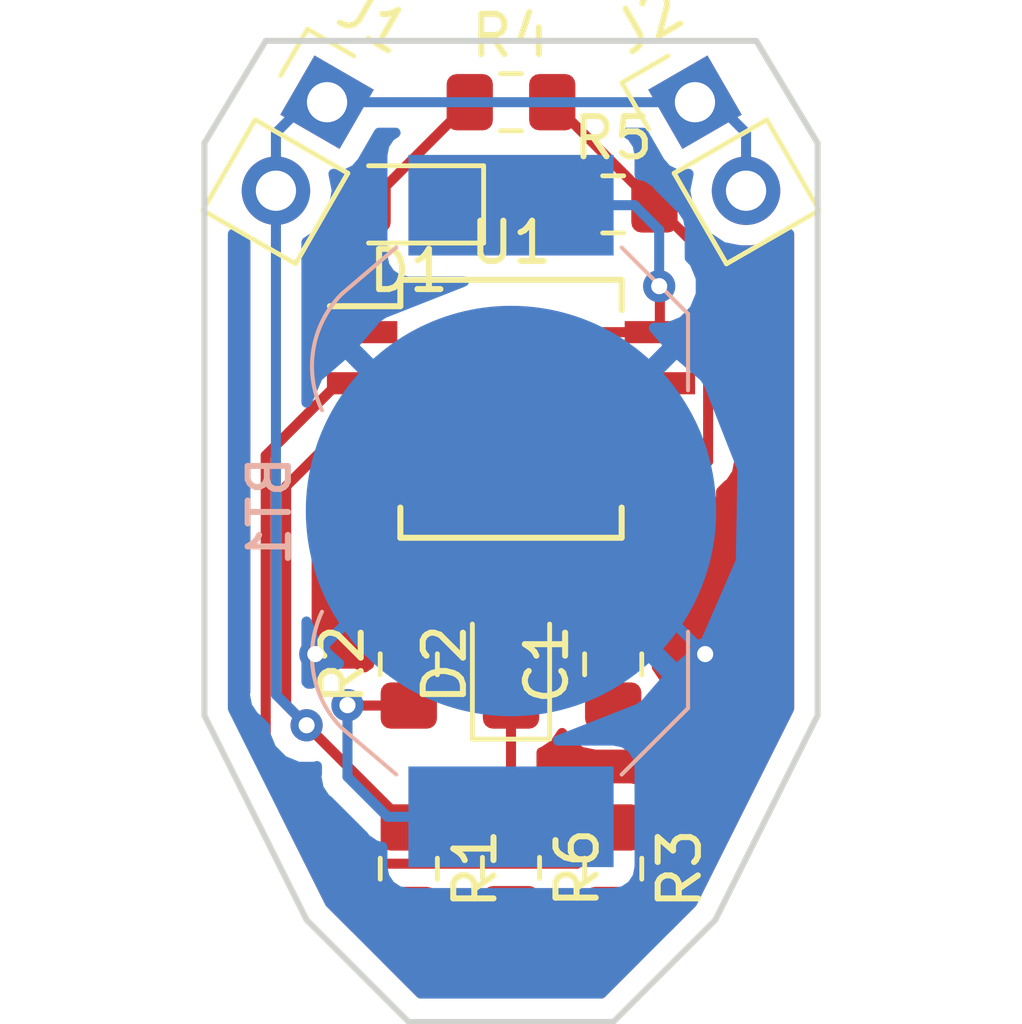
<source format=kicad_pcb>
(kicad_pcb (version 20171130) (host pcbnew 5.0.2-bee76a0~70~ubuntu16.04.1)

  (general
    (thickness 1.6)
    (drawings 10)
    (tracks 72)
    (zones 0)
    (modules 13)
    (nets 10)
  )

  (page A4)
  (layers
    (0 F.Cu signal)
    (31 B.Cu signal)
    (32 B.Adhes user)
    (33 F.Adhes user)
    (34 B.Paste user hide)
    (35 F.Paste user hide)
    (36 B.SilkS user hide)
    (37 F.SilkS user hide)
    (38 B.Mask user hide)
    (39 F.Mask user)
    (40 Dwgs.User user)
    (41 Cmts.User user)
    (42 Eco1.User user)
    (43 Eco2.User user)
    (44 Edge.Cuts user)
    (45 Margin user)
    (46 B.CrtYd user)
    (47 F.CrtYd user)
    (48 B.Fab user)
    (49 F.Fab user)
  )

  (setup
    (last_trace_width 0.25)
    (trace_clearance 0.2)
    (zone_clearance 0.508)
    (zone_45_only no)
    (trace_min 0.2)
    (segment_width 0.2)
    (edge_width 0.15)
    (via_size 0.8)
    (via_drill 0.4)
    (via_min_size 0.4)
    (via_min_drill 0.3)
    (uvia_size 0.3)
    (uvia_drill 0.1)
    (uvias_allowed no)
    (uvia_min_size 0.2)
    (uvia_min_drill 0.1)
    (pcb_text_width 0.3)
    (pcb_text_size 1.5 1.5)
    (mod_edge_width 0.15)
    (mod_text_size 1 1)
    (mod_text_width 0.15)
    (pad_size 1.524 1.524)
    (pad_drill 0.762)
    (pad_to_mask_clearance 0.051)
    (solder_mask_min_width 0.25)
    (aux_axis_origin 0 0)
    (visible_elements FFFFF77F)
    (pcbplotparams
      (layerselection 0x010fc_ffffffff)
      (usegerberextensions false)
      (usegerberattributes false)
      (usegerberadvancedattributes false)
      (creategerberjobfile false)
      (excludeedgelayer true)
      (linewidth 0.100000)
      (plotframeref false)
      (viasonmask false)
      (mode 1)
      (useauxorigin false)
      (hpglpennumber 1)
      (hpglpenspeed 20)
      (hpglpendiameter 15.000000)
      (psnegative false)
      (psa4output false)
      (plotreference true)
      (plotvalue true)
      (plotinvisibletext false)
      (padsonsilk false)
      (subtractmaskfromsilk false)
      (outputformat 1)
      (mirror false)
      (drillshape 1)
      (scaleselection 1)
      (outputdirectory ""))
  )

  (net 0 "")
  (net 1 +3V3)
  (net 2 GND)
  (net 3 "Net-(C1-Pad1)")
  (net 4 "Net-(D1-Pad1)")
  (net 5 "Net-(D1-Pad2)")
  (net 6 "Net-(D2-Pad1)")
  (net 7 "Net-(D2-Pad2)")
  (net 8 "Net-(R2-Pad2)")
  (net 9 /skin)

  (net_class Default "This is the default net class."
    (clearance 0.2)
    (trace_width 0.25)
    (via_dia 0.8)
    (via_drill 0.4)
    (uvia_dia 0.3)
    (uvia_drill 0.1)
    (add_net +3V3)
    (add_net /skin)
    (add_net GND)
    (add_net "Net-(C1-Pad1)")
    (add_net "Net-(D1-Pad1)")
    (add_net "Net-(D1-Pad2)")
    (add_net "Net-(D2-Pad1)")
    (add_net "Net-(D2-Pad2)")
    (add_net "Net-(R2-Pad2)")
  )

  (module Battery:BatteryHolder_LINX_BAT-HLD-012-SMT (layer B.Cu) (tedit 5B256044) (tstamp 5E492347)
    (at 152.4 101.6 90)
    (descr "SMT battery holder for CR1216/1220/1225, https://linxtechnologies.com/wp/wp-content/uploads/bat-hld-012-smt.pdf")
    (tags "battery holder coin cell cr1216 cr1220 cr1225")
    (path /5E30D1B5)
    (attr smd)
    (fp_text reference BT1 (at 0 -6 90) (layer B.SilkS)
      (effects (font (size 1 1) (thickness 0.15)) (justify mirror))
    )
    (fp_text value Battery_Cell (at 0 7 90) (layer B.Fab)
      (effects (font (size 1 1) (thickness 0.15)) (justify mirror))
    )
    (fp_line (start 6.55 -2.85) (end 5.4 -4.2) (layer B.SilkS) (width 0.1))
    (fp_line (start -6.55 -2.85) (end -5.4 -4.2) (layer B.SilkS) (width 0.1))
    (fp_line (start -4.9 4.4) (end -3 4.4) (layer B.SilkS) (width 0.1))
    (fp_line (start 4.9 4.4) (end 3 4.4) (layer B.SilkS) (width 0.1))
    (fp_line (start 4.9 4.4) (end 6.55 2.75) (layer B.SilkS) (width 0.1))
    (fp_line (start -6.55 2.75) (end -4.9 4.4) (layer B.SilkS) (width 0.1))
    (fp_line (start 6.55 2.75) (end 6.75 2.75) (layer B.Fab) (width 0.1))
    (fp_line (start 6.55 2.75) (end 6.7 2.9) (layer B.Fab) (width 0.1))
    (fp_line (start 5.05 4.55) (end 4.9 4.4) (layer B.Fab) (width 0.1))
    (fp_line (start -5.05 4.55) (end -4.9 4.4) (layer B.Fab) (width 0.1))
    (fp_line (start -6.55 2.75) (end -6.7 2.9) (layer B.Fab) (width 0.1))
    (fp_line (start -6.75 2.75) (end -6.55 2.75) (layer B.Fab) (width 0.1))
    (fp_line (start 6.75 -2.85) (end 6.55 -2.85) (layer B.Fab) (width 0.1))
    (fp_line (start -6.75 -2.85) (end -6.55 -2.85) (layer B.Fab) (width 0.1))
    (fp_line (start -3.55 -6.75) (end -7.25 -3.05) (layer B.CrtYd) (width 0.05))
    (fp_line (start 3.55 -6.75) (end 7.25 -3.05) (layer B.CrtYd) (width 0.05))
    (fp_line (start -3.55 -6.75) (end 3.55 -6.75) (layer B.CrtYd) (width 0.05))
    (fp_line (start 9.35 -3.05) (end 7.25 -3.05) (layer B.CrtYd) (width 0.05))
    (fp_line (start 9.35 3.05) (end 9.35 -3.05) (layer B.CrtYd) (width 0.05))
    (fp_line (start 7.25 3.05) (end 9.35 3.05) (layer B.CrtYd) (width 0.05))
    (fp_line (start 3.55 6.75) (end 7.25 3.05) (layer B.CrtYd) (width 0.05))
    (fp_line (start -3.55 6.75) (end 3.55 6.75) (layer B.CrtYd) (width 0.05))
    (fp_line (start -7.25 3.05) (end -3.55 6.75) (layer B.CrtYd) (width 0.05))
    (fp_line (start -9.35 -3.05) (end -7.25 -3.05) (layer B.CrtYd) (width 0.05))
    (fp_line (start -9.35 3.05) (end -7.25 3.05) (layer B.CrtYd) (width 0.05))
    (fp_line (start -9.35 -3.05) (end -9.35 3.05) (layer B.CrtYd) (width 0.05))
    (fp_circle (center 0 0) (end -6.25 0) (layer B.Fab) (width 0.1))
    (fp_arc (start 0 -6) (end -1.8 -4.2) (angle -90) (layer B.Fab) (width 0.1))
    (fp_arc (start 3.6 -2.4) (end 5.4 -4.2) (angle -70.55996517) (layer B.SilkS) (width 0.1))
    (fp_line (start 6.55 -2.85) (end 5.4 -4.2) (layer B.Fab) (width 0.1))
    (fp_line (start -6.55 -2.85) (end -5.4 -4.2) (layer B.Fab) (width 0.1))
    (fp_line (start -6.55 2.75) (end -4.9 4.4) (layer B.Fab) (width 0.1))
    (fp_line (start -6.55 -2.85) (end -6.55 2.75) (layer B.Fab) (width 0.1))
    (fp_line (start 6.55 2.75) (end 4.9 4.4) (layer B.Fab) (width 0.1))
    (fp_line (start 6.55 -2.85) (end 6.55 2.75) (layer B.Fab) (width 0.1))
    (fp_line (start 6.7 2.9) (end 5.05 4.55) (layer B.Fab) (width 0.1))
    (fp_line (start -6.7 2.9) (end -5.05 4.55) (layer B.Fab) (width 0.1))
    (fp_line (start 4.9 4.4) (end -4.9 4.4) (layer B.Fab) (width 0.1))
    (fp_line (start 6.75 -2.85) (end 6.75 2.75) (layer B.Fab) (width 0.1))
    (fp_line (start -6.75 -2.85) (end -6.75 2.75) (layer B.Fab) (width 0.1))
    (fp_line (start 7.65 2.55) (end 6.75 2.55) (layer B.Fab) (width 0.1))
    (fp_line (start 7.65 0.55) (end 7.65 2.55) (layer B.Fab) (width 0.1))
    (fp_line (start 6.75 0.55) (end 7.65 0.55) (layer B.Fab) (width 0.1))
    (fp_line (start 7.65 -0.55) (end 6.75 -0.55) (layer B.Fab) (width 0.1))
    (fp_line (start 7.65 -2.55) (end 7.65 -0.55) (layer B.Fab) (width 0.1))
    (fp_line (start 6.75 -2.55) (end 7.65 -2.55) (layer B.Fab) (width 0.1))
    (fp_line (start -7.65 -2.55) (end -6.75 -2.55) (layer B.Fab) (width 0.1))
    (fp_line (start -7.65 -0.55) (end -7.65 -2.55) (layer B.Fab) (width 0.1))
    (fp_line (start -6.75 -0.55) (end -7.65 -0.55) (layer B.Fab) (width 0.1))
    (fp_line (start -7.65 0.55) (end -6.75 0.55) (layer B.Fab) (width 0.1))
    (fp_line (start -7.65 2.55) (end -6.75 2.55) (layer B.Fab) (width 0.1))
    (fp_line (start -7.65 2.55) (end -7.65 0.55) (layer B.Fab) (width 0.1))
    (fp_text user %R (at 0 0 90) (layer B.Fab)
      (effects (font (size 1 1) (thickness 0.15)) (justify mirror))
    )
    (fp_arc (start 3.6 -2.4) (end 5.4 -4.2) (angle -90) (layer B.Fab) (width 0.1))
    (fp_arc (start -3.6 -2.4) (end -1.8 -4.2) (angle -90) (layer B.Fab) (width 0.1))
    (fp_arc (start -3.6 -2.4) (end -5.4 -4.2) (angle 70.5) (layer B.SilkS) (width 0.1))
    (pad 1 smd rect (at -7.6 0 90) (size 2.5 5.1) (layers B.Cu B.Paste B.Mask)
      (net 1 +3V3))
    (pad 1 smd rect (at 7.6 0 90) (size 2.5 5.1) (layers B.Cu B.Paste B.Mask)
      (net 1 +3V3))
    (pad 2 smd circle (at 0 0 90) (size 10.2 10.2) (layers B.Cu B.Paste B.Mask)
      (net 2 GND))
    (model ${KISYS3DMOD}/Battery.3dshapes/BatteryHolder_LINX_BAT-HLD-012-SMT.wrl
      (at (xyz 0 0 0))
      (scale (xyz 1 1 1))
      (rotate (xyz 0 0 0))
    )
  )

  (module Capacitor_SMD:C_0805_2012Metric_Pad1.15x1.40mm_HandSolder (layer F.Cu) (tedit 5B36C52B) (tstamp 5E492358)
    (at 154.94 105.41 90)
    (descr "Capacitor SMD 0805 (2012 Metric), square (rectangular) end terminal, IPC_7351 nominal with elongated pad for handsoldering. (Body size source: https://docs.google.com/spreadsheets/d/1BsfQQcO9C6DZCsRaXUlFlo91Tg2WpOkGARC1WS5S8t0/edit?usp=sharing), generated with kicad-footprint-generator")
    (tags "capacitor handsolder")
    (path /5E307909)
    (attr smd)
    (fp_text reference C1 (at 0 -1.65 90) (layer F.SilkS)
      (effects (font (size 1 1) (thickness 0.15)))
    )
    (fp_text value C (at 0 1.65 90) (layer F.Fab)
      (effects (font (size 1 1) (thickness 0.15)))
    )
    (fp_line (start -1 0.6) (end -1 -0.6) (layer F.Fab) (width 0.1))
    (fp_line (start -1 -0.6) (end 1 -0.6) (layer F.Fab) (width 0.1))
    (fp_line (start 1 -0.6) (end 1 0.6) (layer F.Fab) (width 0.1))
    (fp_line (start 1 0.6) (end -1 0.6) (layer F.Fab) (width 0.1))
    (fp_line (start -0.261252 -0.71) (end 0.261252 -0.71) (layer F.SilkS) (width 0.12))
    (fp_line (start -0.261252 0.71) (end 0.261252 0.71) (layer F.SilkS) (width 0.12))
    (fp_line (start -1.85 0.95) (end -1.85 -0.95) (layer F.CrtYd) (width 0.05))
    (fp_line (start -1.85 -0.95) (end 1.85 -0.95) (layer F.CrtYd) (width 0.05))
    (fp_line (start 1.85 -0.95) (end 1.85 0.95) (layer F.CrtYd) (width 0.05))
    (fp_line (start 1.85 0.95) (end -1.85 0.95) (layer F.CrtYd) (width 0.05))
    (fp_text user %R (at 0 0 90) (layer F.Fab)
      (effects (font (size 0.5 0.5) (thickness 0.08)))
    )
    (pad 1 smd roundrect (at -1.025 0 90) (size 1.15 1.4) (layers F.Cu F.Paste F.Mask) (roundrect_rratio 0.217391)
      (net 3 "Net-(C1-Pad1)"))
    (pad 2 smd roundrect (at 1.025 0 90) (size 1.15 1.4) (layers F.Cu F.Paste F.Mask) (roundrect_rratio 0.217391)
      (net 2 GND))
    (model ${KISYS3DMOD}/Capacitor_SMD.3dshapes/C_0805_2012Metric.wrl
      (at (xyz 0 0 0))
      (scale (xyz 1 1 1))
      (rotate (xyz 0 0 0))
    )
  )

  (module Diode_SMD:D_0805_2012Metric_Pad1.15x1.40mm_HandSolder (layer F.Cu) (tedit 5B4B45C8) (tstamp 5E49236B)
    (at 149.86 93.98 180)
    (descr "Diode SMD 0805 (2012 Metric), square (rectangular) end terminal, IPC_7351 nominal, (Body size source: https://docs.google.com/spreadsheets/d/1BsfQQcO9C6DZCsRaXUlFlo91Tg2WpOkGARC1WS5S8t0/edit?usp=sharing), generated with kicad-footprint-generator")
    (tags "diode handsolder")
    (path /5E307996)
    (attr smd)
    (fp_text reference D1 (at 0 -1.65 180) (layer F.SilkS)
      (effects (font (size 1 1) (thickness 0.15)))
    )
    (fp_text value D (at 0 1.65 180) (layer F.Fab)
      (effects (font (size 1 1) (thickness 0.15)))
    )
    (fp_line (start 1 -0.6) (end -0.7 -0.6) (layer F.Fab) (width 0.1))
    (fp_line (start -0.7 -0.6) (end -1 -0.3) (layer F.Fab) (width 0.1))
    (fp_line (start -1 -0.3) (end -1 0.6) (layer F.Fab) (width 0.1))
    (fp_line (start -1 0.6) (end 1 0.6) (layer F.Fab) (width 0.1))
    (fp_line (start 1 0.6) (end 1 -0.6) (layer F.Fab) (width 0.1))
    (fp_line (start 1 -0.96) (end -1.86 -0.96) (layer F.SilkS) (width 0.12))
    (fp_line (start -1.86 -0.96) (end -1.86 0.96) (layer F.SilkS) (width 0.12))
    (fp_line (start -1.86 0.96) (end 1 0.96) (layer F.SilkS) (width 0.12))
    (fp_line (start -1.85 0.95) (end -1.85 -0.95) (layer F.CrtYd) (width 0.05))
    (fp_line (start -1.85 -0.95) (end 1.85 -0.95) (layer F.CrtYd) (width 0.05))
    (fp_line (start 1.85 -0.95) (end 1.85 0.95) (layer F.CrtYd) (width 0.05))
    (fp_line (start 1.85 0.95) (end -1.85 0.95) (layer F.CrtYd) (width 0.05))
    (fp_text user %R (at 0 0 180) (layer F.Fab)
      (effects (font (size 0.5 0.5) (thickness 0.08)))
    )
    (pad 1 smd roundrect (at -1.025 0 180) (size 1.15 1.4) (layers F.Cu F.Paste F.Mask) (roundrect_rratio 0.217391)
      (net 4 "Net-(D1-Pad1)"))
    (pad 2 smd roundrect (at 1.025 0 180) (size 1.15 1.4) (layers F.Cu F.Paste F.Mask) (roundrect_rratio 0.217391)
      (net 5 "Net-(D1-Pad2)"))
    (model ${KISYS3DMOD}/Diode_SMD.3dshapes/D_0805_2012Metric.wrl
      (at (xyz 0 0 0))
      (scale (xyz 1 1 1))
      (rotate (xyz 0 0 0))
    )
  )

  (module LED_SMD:LED_0805_2012Metric_Pad1.15x1.40mm_HandSolder (layer F.Cu) (tedit 5B4B45C9) (tstamp 5E49237E)
    (at 152.4 105.41 90)
    (descr "LED SMD 0805 (2012 Metric), square (rectangular) end terminal, IPC_7351 nominal, (Body size source: https://docs.google.com/spreadsheets/d/1BsfQQcO9C6DZCsRaXUlFlo91Tg2WpOkGARC1WS5S8t0/edit?usp=sharing), generated with kicad-footprint-generator")
    (tags "LED handsolder")
    (path /5E307516)
    (attr smd)
    (fp_text reference D2 (at 0 -1.65 90) (layer F.SilkS)
      (effects (font (size 1 1) (thickness 0.15)))
    )
    (fp_text value LED (at 0 1.65 90) (layer F.Fab)
      (effects (font (size 1 1) (thickness 0.15)))
    )
    (fp_line (start 1 -0.6) (end -0.7 -0.6) (layer F.Fab) (width 0.1))
    (fp_line (start -0.7 -0.6) (end -1 -0.3) (layer F.Fab) (width 0.1))
    (fp_line (start -1 -0.3) (end -1 0.6) (layer F.Fab) (width 0.1))
    (fp_line (start -1 0.6) (end 1 0.6) (layer F.Fab) (width 0.1))
    (fp_line (start 1 0.6) (end 1 -0.6) (layer F.Fab) (width 0.1))
    (fp_line (start 1 -0.96) (end -1.86 -0.96) (layer F.SilkS) (width 0.12))
    (fp_line (start -1.86 -0.96) (end -1.86 0.96) (layer F.SilkS) (width 0.12))
    (fp_line (start -1.86 0.96) (end 1 0.96) (layer F.SilkS) (width 0.12))
    (fp_line (start -1.85 0.95) (end -1.85 -0.95) (layer F.CrtYd) (width 0.05))
    (fp_line (start -1.85 -0.95) (end 1.85 -0.95) (layer F.CrtYd) (width 0.05))
    (fp_line (start 1.85 -0.95) (end 1.85 0.95) (layer F.CrtYd) (width 0.05))
    (fp_line (start 1.85 0.95) (end -1.85 0.95) (layer F.CrtYd) (width 0.05))
    (fp_text user %R (at 0 0 90) (layer F.Fab)
      (effects (font (size 0.5 0.5) (thickness 0.08)))
    )
    (pad 1 smd roundrect (at -1.025 0 90) (size 1.15 1.4) (layers F.Cu F.Paste F.Mask) (roundrect_rratio 0.217391)
      (net 6 "Net-(D2-Pad1)"))
    (pad 2 smd roundrect (at 1.025 0 90) (size 1.15 1.4) (layers F.Cu F.Paste F.Mask) (roundrect_rratio 0.217391)
      (net 7 "Net-(D2-Pad2)"))
    (model ${KISYS3DMOD}/LED_SMD.3dshapes/LED_0805_2012Metric.wrl
      (at (xyz 0 0 0))
      (scale (xyz 1 1 1))
      (rotate (xyz 0 0 0))
    )
  )

  (module Resistor_SMD:R_0805_2012Metric_Pad1.15x1.40mm_HandSolder (layer F.Cu) (tedit 5B36C52B) (tstamp 5E49238F)
    (at 149.86 110.49 270)
    (descr "Resistor SMD 0805 (2012 Metric), square (rectangular) end terminal, IPC_7351 nominal with elongated pad for handsoldering. (Body size source: https://docs.google.com/spreadsheets/d/1BsfQQcO9C6DZCsRaXUlFlo91Tg2WpOkGARC1WS5S8t0/edit?usp=sharing), generated with kicad-footprint-generator")
    (tags "resistor handsolder")
    (path /5E307D49)
    (attr smd)
    (fp_text reference R1 (at 0 -1.65 270) (layer F.SilkS)
      (effects (font (size 1 1) (thickness 0.15)))
    )
    (fp_text value R_US (at 0 1.65 270) (layer F.Fab)
      (effects (font (size 1 1) (thickness 0.15)))
    )
    (fp_text user %R (at 0 0 270) (layer F.Fab)
      (effects (font (size 0.5 0.5) (thickness 0.08)))
    )
    (fp_line (start 1.85 0.95) (end -1.85 0.95) (layer F.CrtYd) (width 0.05))
    (fp_line (start 1.85 -0.95) (end 1.85 0.95) (layer F.CrtYd) (width 0.05))
    (fp_line (start -1.85 -0.95) (end 1.85 -0.95) (layer F.CrtYd) (width 0.05))
    (fp_line (start -1.85 0.95) (end -1.85 -0.95) (layer F.CrtYd) (width 0.05))
    (fp_line (start -0.261252 0.71) (end 0.261252 0.71) (layer F.SilkS) (width 0.12))
    (fp_line (start -0.261252 -0.71) (end 0.261252 -0.71) (layer F.SilkS) (width 0.12))
    (fp_line (start 1 0.6) (end -1 0.6) (layer F.Fab) (width 0.1))
    (fp_line (start 1 -0.6) (end 1 0.6) (layer F.Fab) (width 0.1))
    (fp_line (start -1 -0.6) (end 1 -0.6) (layer F.Fab) (width 0.1))
    (fp_line (start -1 0.6) (end -1 -0.6) (layer F.Fab) (width 0.1))
    (pad 2 smd roundrect (at 1.025 0 270) (size 1.15 1.4) (layers F.Cu F.Paste F.Mask) (roundrect_rratio 0.217391)
      (net 2 GND))
    (pad 1 smd roundrect (at -1.025 0 270) (size 1.15 1.4) (layers F.Cu F.Paste F.Mask) (roundrect_rratio 0.217391)
      (net 9 /skin))
    (model ${KISYS3DMOD}/Resistor_SMD.3dshapes/R_0805_2012Metric.wrl
      (at (xyz 0 0 0))
      (scale (xyz 1 1 1))
      (rotate (xyz 0 0 0))
    )
  )

  (module Resistor_SMD:R_0805_2012Metric_Pad1.15x1.40mm_HandSolder (layer F.Cu) (tedit 5B36C52B) (tstamp 5E4923A0)
    (at 149.86 105.41 90)
    (descr "Resistor SMD 0805 (2012 Metric), square (rectangular) end terminal, IPC_7351 nominal with elongated pad for handsoldering. (Body size source: https://docs.google.com/spreadsheets/d/1BsfQQcO9C6DZCsRaXUlFlo91Tg2WpOkGARC1WS5S8t0/edit?usp=sharing), generated with kicad-footprint-generator")
    (tags "resistor handsolder")
    (path /5E307846)
    (attr smd)
    (fp_text reference R2 (at 0 -1.65 90) (layer F.SilkS)
      (effects (font (size 1 1) (thickness 0.15)))
    )
    (fp_text value R_US (at 0 1.65 90) (layer F.Fab)
      (effects (font (size 1 1) (thickness 0.15)))
    )
    (fp_line (start -1 0.6) (end -1 -0.6) (layer F.Fab) (width 0.1))
    (fp_line (start -1 -0.6) (end 1 -0.6) (layer F.Fab) (width 0.1))
    (fp_line (start 1 -0.6) (end 1 0.6) (layer F.Fab) (width 0.1))
    (fp_line (start 1 0.6) (end -1 0.6) (layer F.Fab) (width 0.1))
    (fp_line (start -0.261252 -0.71) (end 0.261252 -0.71) (layer F.SilkS) (width 0.12))
    (fp_line (start -0.261252 0.71) (end 0.261252 0.71) (layer F.SilkS) (width 0.12))
    (fp_line (start -1.85 0.95) (end -1.85 -0.95) (layer F.CrtYd) (width 0.05))
    (fp_line (start -1.85 -0.95) (end 1.85 -0.95) (layer F.CrtYd) (width 0.05))
    (fp_line (start 1.85 -0.95) (end 1.85 0.95) (layer F.CrtYd) (width 0.05))
    (fp_line (start 1.85 0.95) (end -1.85 0.95) (layer F.CrtYd) (width 0.05))
    (fp_text user %R (at 0 0 90) (layer F.Fab)
      (effects (font (size 0.5 0.5) (thickness 0.08)))
    )
    (pad 1 smd roundrect (at -1.025 0 90) (size 1.15 1.4) (layers F.Cu F.Paste F.Mask) (roundrect_rratio 0.217391)
      (net 1 +3V3))
    (pad 2 smd roundrect (at 1.025 0 90) (size 1.15 1.4) (layers F.Cu F.Paste F.Mask) (roundrect_rratio 0.217391)
      (net 8 "Net-(R2-Pad2)"))
    (model ${KISYS3DMOD}/Resistor_SMD.3dshapes/R_0805_2012Metric.wrl
      (at (xyz 0 0 0))
      (scale (xyz 1 1 1))
      (rotate (xyz 0 0 0))
    )
  )

  (module Resistor_SMD:R_0805_2012Metric_Pad1.15x1.40mm_HandSolder (layer F.Cu) (tedit 5B36C52B) (tstamp 5E4923B1)
    (at 154.94 110.49 270)
    (descr "Resistor SMD 0805 (2012 Metric), square (rectangular) end terminal, IPC_7351 nominal with elongated pad for handsoldering. (Body size source: https://docs.google.com/spreadsheets/d/1BsfQQcO9C6DZCsRaXUlFlo91Tg2WpOkGARC1WS5S8t0/edit?usp=sharing), generated with kicad-footprint-generator")
    (tags "resistor handsolder")
    (path /5E307C1A)
    (attr smd)
    (fp_text reference R3 (at 0 -1.65 270) (layer F.SilkS)
      (effects (font (size 1 1) (thickness 0.15)))
    )
    (fp_text value R_US (at 0 1.65 270) (layer F.Fab)
      (effects (font (size 1 1) (thickness 0.15)))
    )
    (fp_text user %R (at 0 0 270) (layer F.Fab)
      (effects (font (size 0.5 0.5) (thickness 0.08)))
    )
    (fp_line (start 1.85 0.95) (end -1.85 0.95) (layer F.CrtYd) (width 0.05))
    (fp_line (start 1.85 -0.95) (end 1.85 0.95) (layer F.CrtYd) (width 0.05))
    (fp_line (start -1.85 -0.95) (end 1.85 -0.95) (layer F.CrtYd) (width 0.05))
    (fp_line (start -1.85 0.95) (end -1.85 -0.95) (layer F.CrtYd) (width 0.05))
    (fp_line (start -0.261252 0.71) (end 0.261252 0.71) (layer F.SilkS) (width 0.12))
    (fp_line (start -0.261252 -0.71) (end 0.261252 -0.71) (layer F.SilkS) (width 0.12))
    (fp_line (start 1 0.6) (end -1 0.6) (layer F.Fab) (width 0.1))
    (fp_line (start 1 -0.6) (end 1 0.6) (layer F.Fab) (width 0.1))
    (fp_line (start -1 -0.6) (end 1 -0.6) (layer F.Fab) (width 0.1))
    (fp_line (start -1 0.6) (end -1 -0.6) (layer F.Fab) (width 0.1))
    (pad 2 smd roundrect (at 1.025 0 270) (size 1.15 1.4) (layers F.Cu F.Paste F.Mask) (roundrect_rratio 0.217391)
      (net 2 GND))
    (pad 1 smd roundrect (at -1.025 0 270) (size 1.15 1.4) (layers F.Cu F.Paste F.Mask) (roundrect_rratio 0.217391)
      (net 8 "Net-(R2-Pad2)"))
    (model ${KISYS3DMOD}/Resistor_SMD.3dshapes/R_0805_2012Metric.wrl
      (at (xyz 0 0 0))
      (scale (xyz 1 1 1))
      (rotate (xyz 0 0 0))
    )
  )

  (module Resistor_SMD:R_0805_2012Metric_Pad1.15x1.40mm_HandSolder (layer F.Cu) (tedit 5B36C52B) (tstamp 5E4923C2)
    (at 152.4 91.44)
    (descr "Resistor SMD 0805 (2012 Metric), square (rectangular) end terminal, IPC_7351 nominal with elongated pad for handsoldering. (Body size source: https://docs.google.com/spreadsheets/d/1BsfQQcO9C6DZCsRaXUlFlo91Tg2WpOkGARC1WS5S8t0/edit?usp=sharing), generated with kicad-footprint-generator")
    (tags "resistor handsolder")
    (path /5E307D12)
    (attr smd)
    (fp_text reference R4 (at 0 -1.65) (layer F.SilkS)
      (effects (font (size 1 1) (thickness 0.15)))
    )
    (fp_text value R_US (at 0 1.65) (layer F.Fab)
      (effects (font (size 1 1) (thickness 0.15)))
    )
    (fp_text user %R (at 0 0) (layer F.Fab)
      (effects (font (size 0.5 0.5) (thickness 0.08)))
    )
    (fp_line (start 1.85 0.95) (end -1.85 0.95) (layer F.CrtYd) (width 0.05))
    (fp_line (start 1.85 -0.95) (end 1.85 0.95) (layer F.CrtYd) (width 0.05))
    (fp_line (start -1.85 -0.95) (end 1.85 -0.95) (layer F.CrtYd) (width 0.05))
    (fp_line (start -1.85 0.95) (end -1.85 -0.95) (layer F.CrtYd) (width 0.05))
    (fp_line (start -0.261252 0.71) (end 0.261252 0.71) (layer F.SilkS) (width 0.12))
    (fp_line (start -0.261252 -0.71) (end 0.261252 -0.71) (layer F.SilkS) (width 0.12))
    (fp_line (start 1 0.6) (end -1 0.6) (layer F.Fab) (width 0.1))
    (fp_line (start 1 -0.6) (end 1 0.6) (layer F.Fab) (width 0.1))
    (fp_line (start -1 -0.6) (end 1 -0.6) (layer F.Fab) (width 0.1))
    (fp_line (start -1 0.6) (end -1 -0.6) (layer F.Fab) (width 0.1))
    (pad 2 smd roundrect (at 1.025 0) (size 1.15 1.4) (layers F.Cu F.Paste F.Mask) (roundrect_rratio 0.217391)
      (net 3 "Net-(C1-Pad1)"))
    (pad 1 smd roundrect (at -1.025 0) (size 1.15 1.4) (layers F.Cu F.Paste F.Mask) (roundrect_rratio 0.217391)
      (net 5 "Net-(D1-Pad2)"))
    (model ${KISYS3DMOD}/Resistor_SMD.3dshapes/R_0805_2012Metric.wrl
      (at (xyz 0 0 0))
      (scale (xyz 1 1 1))
      (rotate (xyz 0 0 0))
    )
  )

  (module Resistor_SMD:R_0805_2012Metric_Pad1.15x1.40mm_HandSolder (layer F.Cu) (tedit 5B36C52B) (tstamp 5E4923D3)
    (at 154.94 93.98)
    (descr "Resistor SMD 0805 (2012 Metric), square (rectangular) end terminal, IPC_7351 nominal with elongated pad for handsoldering. (Body size source: https://docs.google.com/spreadsheets/d/1BsfQQcO9C6DZCsRaXUlFlo91Tg2WpOkGARC1WS5S8t0/edit?usp=sharing), generated with kicad-footprint-generator")
    (tags "resistor handsolder")
    (path /5E307D2B)
    (attr smd)
    (fp_text reference R5 (at 0 -1.65) (layer F.SilkS)
      (effects (font (size 1 1) (thickness 0.15)))
    )
    (fp_text value R_US (at 0 1.65) (layer F.Fab)
      (effects (font (size 1 1) (thickness 0.15)))
    )
    (fp_line (start -1 0.6) (end -1 -0.6) (layer F.Fab) (width 0.1))
    (fp_line (start -1 -0.6) (end 1 -0.6) (layer F.Fab) (width 0.1))
    (fp_line (start 1 -0.6) (end 1 0.6) (layer F.Fab) (width 0.1))
    (fp_line (start 1 0.6) (end -1 0.6) (layer F.Fab) (width 0.1))
    (fp_line (start -0.261252 -0.71) (end 0.261252 -0.71) (layer F.SilkS) (width 0.12))
    (fp_line (start -0.261252 0.71) (end 0.261252 0.71) (layer F.SilkS) (width 0.12))
    (fp_line (start -1.85 0.95) (end -1.85 -0.95) (layer F.CrtYd) (width 0.05))
    (fp_line (start -1.85 -0.95) (end 1.85 -0.95) (layer F.CrtYd) (width 0.05))
    (fp_line (start 1.85 -0.95) (end 1.85 0.95) (layer F.CrtYd) (width 0.05))
    (fp_line (start 1.85 0.95) (end -1.85 0.95) (layer F.CrtYd) (width 0.05))
    (fp_text user %R (at 0 0) (layer F.Fab)
      (effects (font (size 0.5 0.5) (thickness 0.08)))
    )
    (pad 1 smd roundrect (at -1.025 0) (size 1.15 1.4) (layers F.Cu F.Paste F.Mask) (roundrect_rratio 0.217391)
      (net 4 "Net-(D1-Pad1)"))
    (pad 2 smd roundrect (at 1.025 0) (size 1.15 1.4) (layers F.Cu F.Paste F.Mask) (roundrect_rratio 0.217391)
      (net 3 "Net-(C1-Pad1)"))
    (model ${KISYS3DMOD}/Resistor_SMD.3dshapes/R_0805_2012Metric.wrl
      (at (xyz 0 0 0))
      (scale (xyz 1 1 1))
      (rotate (xyz 0 0 0))
    )
  )

  (module Resistor_SMD:R_0805_2012Metric_Pad1.15x1.40mm_HandSolder (layer F.Cu) (tedit 5B36C52B) (tstamp 5E4923E4)
    (at 152.4 110.47 270)
    (descr "Resistor SMD 0805 (2012 Metric), square (rectangular) end terminal, IPC_7351 nominal with elongated pad for handsoldering. (Body size source: https://docs.google.com/spreadsheets/d/1BsfQQcO9C6DZCsRaXUlFlo91Tg2WpOkGARC1WS5S8t0/edit?usp=sharing), generated with kicad-footprint-generator")
    (tags "resistor handsolder")
    (path /5E307CE0)
    (attr smd)
    (fp_text reference R6 (at 0 -1.65 270) (layer F.SilkS)
      (effects (font (size 1 1) (thickness 0.15)))
    )
    (fp_text value R_US (at 0 1.65 270) (layer F.Fab)
      (effects (font (size 1 1) (thickness 0.15)))
    )
    (fp_line (start -1 0.6) (end -1 -0.6) (layer F.Fab) (width 0.1))
    (fp_line (start -1 -0.6) (end 1 -0.6) (layer F.Fab) (width 0.1))
    (fp_line (start 1 -0.6) (end 1 0.6) (layer F.Fab) (width 0.1))
    (fp_line (start 1 0.6) (end -1 0.6) (layer F.Fab) (width 0.1))
    (fp_line (start -0.261252 -0.71) (end 0.261252 -0.71) (layer F.SilkS) (width 0.12))
    (fp_line (start -0.261252 0.71) (end 0.261252 0.71) (layer F.SilkS) (width 0.12))
    (fp_line (start -1.85 0.95) (end -1.85 -0.95) (layer F.CrtYd) (width 0.05))
    (fp_line (start -1.85 -0.95) (end 1.85 -0.95) (layer F.CrtYd) (width 0.05))
    (fp_line (start 1.85 -0.95) (end 1.85 0.95) (layer F.CrtYd) (width 0.05))
    (fp_line (start 1.85 0.95) (end -1.85 0.95) (layer F.CrtYd) (width 0.05))
    (fp_text user %R (at 0 0 270) (layer F.Fab)
      (effects (font (size 0.5 0.5) (thickness 0.08)))
    )
    (pad 1 smd roundrect (at -1.025 0 270) (size 1.15 1.4) (layers F.Cu F.Paste F.Mask) (roundrect_rratio 0.217391)
      (net 6 "Net-(D2-Pad1)"))
    (pad 2 smd roundrect (at 1.025 0 270) (size 1.15 1.4) (layers F.Cu F.Paste F.Mask) (roundrect_rratio 0.217391)
      (net 2 GND))
    (model ${KISYS3DMOD}/Resistor_SMD.3dshapes/R_0805_2012Metric.wrl
      (at (xyz 0 0 0))
      (scale (xyz 1 1 1))
      (rotate (xyz 0 0 0))
    )
  )

  (module Package_SO:SO-8_5.3x6.2mm_P1.27mm (layer F.Cu) (tedit 5A02F2D3) (tstamp 5E492401)
    (at 152.4 99.06)
    (descr "8-Lead Plastic Small Outline, 5.3x6.2mm Body (http://www.ti.com.cn/cn/lit/ds/symlink/tl7705a.pdf)")
    (tags "SOIC 1.27")
    (path /5E307331)
    (attr smd)
    (fp_text reference U1 (at 0 -4.13) (layer F.SilkS)
      (effects (font (size 1 1) (thickness 0.15)))
    )
    (fp_text value Opamp_Dual_Generic (at 0 4.13) (layer F.Fab)
      (effects (font (size 1 1) (thickness 0.15)))
    )
    (fp_text user %R (at 0 0) (layer F.Fab)
      (effects (font (size 1 1) (thickness 0.15)))
    )
    (fp_line (start -1.65 -3.1) (end 2.65 -3.1) (layer F.Fab) (width 0.15))
    (fp_line (start 2.65 -3.1) (end 2.65 3.1) (layer F.Fab) (width 0.15))
    (fp_line (start 2.65 3.1) (end -2.65 3.1) (layer F.Fab) (width 0.15))
    (fp_line (start -2.65 3.1) (end -2.65 -2.1) (layer F.Fab) (width 0.15))
    (fp_line (start -2.65 -2.1) (end -1.65 -3.1) (layer F.Fab) (width 0.15))
    (fp_line (start -4.83 -3.35) (end -4.83 3.35) (layer F.CrtYd) (width 0.05))
    (fp_line (start 4.83 -3.35) (end 4.83 3.35) (layer F.CrtYd) (width 0.05))
    (fp_line (start -4.83 -3.35) (end 4.83 -3.35) (layer F.CrtYd) (width 0.05))
    (fp_line (start -4.83 3.35) (end 4.83 3.35) (layer F.CrtYd) (width 0.05))
    (fp_line (start -2.75 -3.205) (end -2.75 -2.55) (layer F.SilkS) (width 0.15))
    (fp_line (start 2.75 -3.205) (end 2.75 -2.455) (layer F.SilkS) (width 0.15))
    (fp_line (start 2.75 3.205) (end 2.75 2.455) (layer F.SilkS) (width 0.15))
    (fp_line (start -2.75 3.205) (end -2.75 2.455) (layer F.SilkS) (width 0.15))
    (fp_line (start -2.75 -3.205) (end 2.75 -3.205) (layer F.SilkS) (width 0.15))
    (fp_line (start -2.75 3.205) (end 2.75 3.205) (layer F.SilkS) (width 0.15))
    (fp_line (start -2.75 -2.55) (end -4.5 -2.55) (layer F.SilkS) (width 0.15))
    (pad 1 smd rect (at -3.7 -1.905) (size 1.75 0.55) (layers F.Cu F.Paste F.Mask)
      (net 5 "Net-(D1-Pad2)"))
    (pad 2 smd rect (at -3.7 -0.635) (size 1.75 0.55) (layers F.Cu F.Paste F.Mask)
      (net 8 "Net-(R2-Pad2)"))
    (pad 3 smd rect (at -3.7 0.635) (size 1.75 0.55) (layers F.Cu F.Paste F.Mask)
      (net 9 /skin))
    (pad 4 smd rect (at -3.7 1.905) (size 1.75 0.55) (layers F.Cu F.Paste F.Mask)
      (net 2 GND))
    (pad 5 smd rect (at 3.7 1.905) (size 1.75 0.55) (layers F.Cu F.Paste F.Mask)
      (net 3 "Net-(C1-Pad1)"))
    (pad 6 smd rect (at 3.7 0.635) (size 1.75 0.55) (layers F.Cu F.Paste F.Mask)
      (net 7 "Net-(D2-Pad2)"))
    (pad 7 smd rect (at 3.7 -0.635) (size 1.75 0.55) (layers F.Cu F.Paste F.Mask)
      (net 7 "Net-(D2-Pad2)"))
    (pad 8 smd rect (at 3.7 -1.905) (size 1.75 0.55) (layers F.Cu F.Paste F.Mask)
      (net 1 +3V3))
    (model ${KISYS3DMOD}/Package_SO.3dshapes/SO-8_5.3x6.2mm_P1.27mm.wrl
      (at (xyz 0 0 0))
      (scale (xyz 1 1 1))
      (rotate (xyz 0 0 0))
    )
  )

  (module Connector_PinHeader_2.54mm:PinHeader_1x02_P2.54mm_Vertical (layer F.Cu) (tedit 59FED5CC) (tstamp 5E3F24C2)
    (at 147.828 91.44 330)
    (descr "Through hole straight pin header, 1x02, 2.54mm pitch, single row")
    (tags "Through hole pin header THT 1x02 2.54mm single row")
    (path /5E30C6B3)
    (fp_text reference J1 (at 0 -2.33 330) (layer F.SilkS)
      (effects (font (size 1 1) (thickness 0.15)))
    )
    (fp_text value Conn_01x02 (at 0 4.87 330) (layer F.Fab)
      (effects (font (size 1 1) (thickness 0.15)))
    )
    (fp_line (start -0.635 -1.27) (end 1.27 -1.27) (layer F.Fab) (width 0.1))
    (fp_line (start 1.27 -1.27) (end 1.27 3.81) (layer F.Fab) (width 0.1))
    (fp_line (start 1.27 3.81) (end -1.27 3.81) (layer F.Fab) (width 0.1))
    (fp_line (start -1.27 3.81) (end -1.27 -0.635) (layer F.Fab) (width 0.1))
    (fp_line (start -1.27 -0.635) (end -0.635 -1.27) (layer F.Fab) (width 0.1))
    (fp_line (start -1.33 3.87) (end 1.33 3.87) (layer F.SilkS) (width 0.12))
    (fp_line (start -1.33 1.27) (end -1.33 3.87) (layer F.SilkS) (width 0.12))
    (fp_line (start 1.33 1.27) (end 1.33 3.87) (layer F.SilkS) (width 0.12))
    (fp_line (start -1.33 1.27) (end 1.33 1.27) (layer F.SilkS) (width 0.12))
    (fp_line (start -1.33 0) (end -1.33 -1.33) (layer F.SilkS) (width 0.12))
    (fp_line (start -1.33 -1.33) (end 0 -1.33) (layer F.SilkS) (width 0.12))
    (fp_line (start -1.8 -1.8) (end -1.8 4.35) (layer F.CrtYd) (width 0.05))
    (fp_line (start -1.8 4.35) (end 1.8 4.35) (layer F.CrtYd) (width 0.05))
    (fp_line (start 1.8 4.35) (end 1.8 -1.8) (layer F.CrtYd) (width 0.05))
    (fp_line (start 1.8 -1.8) (end -1.8 -1.8) (layer F.CrtYd) (width 0.05))
    (fp_text user %R (at 0 1.27 60) (layer F.Fab)
      (effects (font (size 1 1) (thickness 0.15)))
    )
    (pad 1 thru_hole rect (at 0 0 330) (size 1.7 1.7) (drill 1) (layers *.Cu *.Mask)
      (net 9 /skin))
    (pad 2 thru_hole oval (at 0 2.54 330) (size 1.7 1.7) (drill 1) (layers *.Cu *.Mask)
      (net 9 /skin))
    (model ${KISYS3DMOD}/Connector_PinHeader_2.54mm.3dshapes/PinHeader_1x02_P2.54mm_Vertical.wrl
      (at (xyz 0 0 0))
      (scale (xyz 1 1 1))
      (rotate (xyz 0 0 0))
    )
  )

  (module Connector_PinHeader_2.54mm:PinHeader_1x02_P2.54mm_Vertical (layer F.Cu) (tedit 59FED5CC) (tstamp 5E3F24D8)
    (at 156.972 91.44 30)
    (descr "Through hole straight pin header, 1x02, 2.54mm pitch, single row")
    (tags "Through hole pin header THT 1x02 2.54mm single row")
    (path /5E312800)
    (fp_text reference J2 (at 0 -2.33 30) (layer F.SilkS)
      (effects (font (size 1 1) (thickness 0.15)))
    )
    (fp_text value Conn_01x02 (at 0 4.87 30) (layer F.Fab)
      (effects (font (size 1 1) (thickness 0.15)))
    )
    (fp_text user %R (at 0 1.27 120) (layer F.Fab)
      (effects (font (size 1 1) (thickness 0.15)))
    )
    (fp_line (start 1.8 -1.8) (end -1.8 -1.8) (layer F.CrtYd) (width 0.05))
    (fp_line (start 1.8 4.35) (end 1.8 -1.8) (layer F.CrtYd) (width 0.05))
    (fp_line (start -1.8 4.35) (end 1.8 4.35) (layer F.CrtYd) (width 0.05))
    (fp_line (start -1.8 -1.8) (end -1.8 4.35) (layer F.CrtYd) (width 0.05))
    (fp_line (start -1.33 -1.33) (end 0 -1.33) (layer F.SilkS) (width 0.12))
    (fp_line (start -1.33 0) (end -1.33 -1.33) (layer F.SilkS) (width 0.12))
    (fp_line (start -1.33 1.27) (end 1.33 1.27) (layer F.SilkS) (width 0.12))
    (fp_line (start 1.33 1.27) (end 1.33 3.87) (layer F.SilkS) (width 0.12))
    (fp_line (start -1.33 1.27) (end -1.33 3.87) (layer F.SilkS) (width 0.12))
    (fp_line (start -1.33 3.87) (end 1.33 3.87) (layer F.SilkS) (width 0.12))
    (fp_line (start -1.27 -0.635) (end -0.635 -1.27) (layer F.Fab) (width 0.1))
    (fp_line (start -1.27 3.81) (end -1.27 -0.635) (layer F.Fab) (width 0.1))
    (fp_line (start 1.27 3.81) (end -1.27 3.81) (layer F.Fab) (width 0.1))
    (fp_line (start 1.27 -1.27) (end 1.27 3.81) (layer F.Fab) (width 0.1))
    (fp_line (start -0.635 -1.27) (end 1.27 -1.27) (layer F.Fab) (width 0.1))
    (pad 2 thru_hole oval (at 0 2.54 30) (size 1.7 1.7) (drill 1) (layers *.Cu *.Mask)
      (net 9 /skin))
    (pad 1 thru_hole rect (at 0 0 30) (size 1.7 1.7) (drill 1) (layers *.Cu *.Mask)
      (net 9 /skin))
    (model ${KISYS3DMOD}/Connector_PinHeader_2.54mm.3dshapes/PinHeader_1x02_P2.54mm_Vertical.wrl
      (at (xyz 0 0 0))
      (scale (xyz 1 1 1))
      (rotate (xyz 0 0 0))
    )
  )

  (gr_line (start 144.78 92.456) (end 146.304 89.916) (layer Edge.Cuts) (width 0.15))
  (gr_line (start 158.496 89.916) (end 160.02 92.456) (layer Edge.Cuts) (width 0.15))
  (gr_line (start 158.496 89.916) (end 146.304 89.916) (layer Edge.Cuts) (width 0.15))
  (gr_line (start 147.32 111.76) (end 149.86 114.3) (layer Edge.Cuts) (width 0.15))
  (gr_line (start 144.78 106.68) (end 147.32 111.76) (layer Edge.Cuts) (width 0.15))
  (gr_line (start 144.78 92.456) (end 144.78 106.68) (layer Edge.Cuts) (width 0.15))
  (gr_line (start 160.02 106.68) (end 160.02 92.456) (layer Edge.Cuts) (width 0.15))
  (gr_line (start 157.48 111.76) (end 160.02 106.68) (layer Edge.Cuts) (width 0.15))
  (gr_line (start 154.94 114.3) (end 157.48 111.76) (layer Edge.Cuts) (width 0.15))
  (gr_line (start 149.86 114.3) (end 154.94 114.3) (layer Edge.Cuts) (width 0.15))

  (segment (start 154.305 97.155) (end 156.1 97.155) (width 0.25) (layer F.Cu) (net 1))
  (segment (start 151.13 100.33) (end 154.305 97.155) (width 0.25) (layer F.Cu) (net 1))
  (segment (start 151.13 105.165) (end 151.13 100.33) (width 0.25) (layer F.Cu) (net 1))
  (segment (start 149.86 106.435) (end 151.13 105.165) (width 0.25) (layer F.Cu) (net 1))
  (via (at 148.336 106.426) (size 0.8) (drill 0.4) (layers F.Cu B.Cu) (net 1))
  (segment (start 148.345 106.435) (end 148.336 106.426) (width 0.25) (layer F.Cu) (net 1))
  (segment (start 149.86 106.435) (end 148.345 106.435) (width 0.25) (layer F.Cu) (net 1))
  (segment (start 149.332 109.2) (end 152.4 109.2) (width 0.25) (layer B.Cu) (net 1))
  (segment (start 148.336 108.204) (end 149.332 109.2) (width 0.25) (layer B.Cu) (net 1))
  (segment (start 148.336 106.426) (end 148.336 108.204) (width 0.25) (layer B.Cu) (net 1))
  (via (at 156.083 96.012) (size 0.8) (drill 0.4) (layers F.Cu B.Cu) (net 1))
  (segment (start 156.1 96.029) (end 156.083 96.012) (width 0.25) (layer F.Cu) (net 1))
  (segment (start 156.1 97.155) (end 156.1 96.029) (width 0.25) (layer F.Cu) (net 1))
  (segment (start 155.468 94) (end 152.4 94) (width 0.25) (layer B.Cu) (net 1))
  (segment (start 156.083 94.615) (end 155.468 94) (width 0.25) (layer B.Cu) (net 1))
  (segment (start 156.083 96.012) (end 156.083 94.615) (width 0.25) (layer B.Cu) (net 1))
  (segment (start 148.7 103.993) (end 147.537 105.156) (width 0.25) (layer F.Cu) (net 2))
  (via (at 147.537 105.156) (size 0.8) (drill 0.4) (layers F.Cu B.Cu) (net 2))
  (segment (start 148.7 100.965) (end 148.7 103.993) (width 0.25) (layer F.Cu) (net 2))
  (segment (start 151.093 101.6) (end 152.4 101.6) (width 0.25) (layer B.Cu) (net 2))
  (segment (start 147.537 105.156) (end 151.093 101.6) (width 0.25) (layer B.Cu) (net 2))
  (via (at 157.226 105.156) (size 0.8) (drill 0.4) (layers F.Cu B.Cu) (net 2))
  (segment (start 156.455 104.385) (end 157.226 105.156) (width 0.25) (layer F.Cu) (net 2))
  (segment (start 154.94 104.385) (end 156.455 104.385) (width 0.25) (layer F.Cu) (net 2))
  (segment (start 153.67 101.6) (end 152.4 101.6) (width 0.25) (layer B.Cu) (net 2))
  (segment (start 157.226 105.156) (end 153.67 101.6) (width 0.25) (layer B.Cu) (net 2))
  (segment (start 153.425 91.44) (end 155.965 93.98) (width 0.25) (layer F.Cu) (net 3))
  (segment (start 156.588372 94.603372) (end 155.965 93.98) (width 0.25) (layer F.Cu) (net 3))
  (segment (start 157.300001 95.315001) (end 156.588372 94.603372) (width 0.25) (layer F.Cu) (net 3))
  (segment (start 157.300001 100.364999) (end 157.300001 95.315001) (width 0.25) (layer F.Cu) (net 3))
  (segment (start 156.7 100.965) (end 157.300001 100.364999) (width 0.25) (layer F.Cu) (net 3))
  (segment (start 156.1 100.965) (end 156.7 100.965) (width 0.25) (layer F.Cu) (net 3))
  (segment (start 154.559 100.965) (end 156.1 100.965) (width 0.25) (layer F.Cu) (net 3))
  (segment (start 153.67 105.165) (end 153.67 101.854) (width 0.25) (layer F.Cu) (net 3))
  (segment (start 153.67 101.854) (end 154.559 100.965) (width 0.25) (layer F.Cu) (net 3))
  (segment (start 154.94 106.435) (end 153.67 105.165) (width 0.25) (layer F.Cu) (net 3))
  (segment (start 150.885 93.98) (end 153.915 93.98) (width 0.25) (layer F.Cu) (net 4))
  (segment (start 150.751628 92.063372) (end 148.835 93.98) (width 0.25) (layer F.Cu) (net 5))
  (segment (start 151.375 91.44) (end 150.751628 92.063372) (width 0.25) (layer F.Cu) (net 5))
  (segment (start 148.835 97.02) (end 148.7 97.155) (width 0.25) (layer F.Cu) (net 5))
  (segment (start 148.835 93.98) (end 148.835 97.02) (width 0.25) (layer F.Cu) (net 5))
  (segment (start 152.4 106.435) (end 152.4 109.445) (width 0.25) (layer F.Cu) (net 6))
  (segment (start 156.1 98.425) (end 156.1 99.695) (width 0.25) (layer F.Cu) (net 7))
  (segment (start 154.305 99.695) (end 156.1 99.695) (width 0.25) (layer F.Cu) (net 7))
  (segment (start 152.4 101.6) (end 154.305 99.695) (width 0.25) (layer F.Cu) (net 7))
  (segment (start 152.4 104.385) (end 152.4 101.6) (width 0.25) (layer F.Cu) (net 7))
  (segment (start 146.812 100.983) (end 148.1 99.695) (width 0.25) (layer F.Cu) (net 9))
  (segment (start 146.812 106.417) (end 146.812 100.983) (width 0.25) (layer F.Cu) (net 9))
  (segment (start 148.1 99.695) (end 148.7 99.695) (width 0.25) (layer F.Cu) (net 9))
  (segment (start 149.3 98.425) (end 148.7 98.425) (width 0.25) (layer F.Cu) (net 8))
  (segment (start 150.368 99.493) (end 149.3 98.425) (width 0.25) (layer F.Cu) (net 8))
  (segment (start 149.86 104.385) (end 149.86 103.124) (width 0.25) (layer F.Cu) (net 8))
  (segment (start 149.86 103.124) (end 150.368 102.616) (width 0.25) (layer F.Cu) (net 8))
  (segment (start 150.368 102.616) (end 150.368 99.493) (width 0.25) (layer F.Cu) (net 8))
  (segment (start 148.1 98.425) (end 148.7 98.425) (width 0.25) (layer F.Cu) (net 8))
  (segment (start 146.304 100.221) (end 148.1 98.425) (width 0.25) (layer F.Cu) (net 8))
  (segment (start 154.03999 110.36501) (end 149.17182 110.36501) (width 0.25) (layer F.Cu) (net 8))
  (segment (start 154.94 109.465) (end 154.03999 110.36501) (width 0.25) (layer F.Cu) (net 8))
  (segment (start 149.17182 110.36501) (end 146.304 107.49719) (width 0.25) (layer F.Cu) (net 8))
  (segment (start 146.304 107.49719) (end 146.304 100.221) (width 0.25) (layer F.Cu) (net 8))
  (via (at 147.32 106.925) (size 0.8) (drill 0.4) (layers F.Cu B.Cu) (net 9))
  (segment (start 146.812 106.417) (end 147.32 106.925) (width 0.25) (layer F.Cu) (net 9))
  (segment (start 149.86 109.465) (end 147.32 106.925) (width 0.25) (layer F.Cu) (net 9))
  (segment (start 146.558 106.163) (end 146.558 93.639705) (width 0.25) (layer B.Cu) (net 9))
  (segment (start 147.32 106.925) (end 146.558 106.163) (width 0.25) (layer B.Cu) (net 9))
  (segment (start 147.828 91.44) (end 156.972 91.44) (width 0.25) (layer B.Cu) (net 9))
  (segment (start 157.48 91.44) (end 156.972 91.44) (width 0.25) (layer B.Cu) (net 9))
  (segment (start 158.242 92.202) (end 157.48 91.44) (width 0.25) (layer B.Cu) (net 9))
  (segment (start 158.242 93.639705) (end 158.242 92.202) (width 0.25) (layer B.Cu) (net 9))
  (segment (start 147.32 91.44) (end 147.828 91.44) (width 0.25) (layer B.Cu) (net 9))
  (segment (start 146.558 92.202) (end 147.32 91.44) (width 0.25) (layer B.Cu) (net 9))
  (segment (start 146.558 93.639705) (end 146.558 92.202) (width 0.25) (layer B.Cu) (net 9))

  (zone (net 2) (net_name GND) (layer B.Cu) (tstamp 5E493C6C) (hatch edge 0.508)
    (connect_pads (clearance 0.508))
    (min_thickness 0.254)
    (fill yes (arc_segments 16) (thermal_gap 0.508) (thermal_bridge_width 0.508))
    (polygon
      (pts
        (xy 165.1 88.9) (xy 165.1 114.3) (xy 139.7 114.3) (xy 139.7 88.9)
      )
    )
    (filled_polygon
      (pts
        (xy 149.392191 92.292191) (xy 149.251843 92.502235) (xy 149.20256 92.75) (xy 149.20256 95.25) (xy 149.251843 95.497765)
        (xy 149.392191 95.707809) (xy 149.602235 95.848157) (xy 149.85 95.89744) (xy 151.229083 95.89744) (xy 149.2372 96.681843)
        (xy 149.066567 96.795857) (xy 148.468354 97.488749) (xy 152.4 101.420395) (xy 156.331646 97.488749) (xy 155.950259 97.047)
        (xy 156.288874 97.047) (xy 156.66928 96.889431) (xy 156.960431 96.59828) (xy 157.118 96.217874) (xy 157.118 95.806126)
        (xy 156.960431 95.42572) (xy 156.843 95.308289) (xy 156.843 94.689846) (xy 156.857888 94.614999) (xy 156.843 94.540152)
        (xy 156.843 94.540148) (xy 156.798904 94.318463) (xy 156.711487 94.187634) (xy 156.673329 94.130526) (xy 156.673327 94.130524)
        (xy 156.630929 94.067071) (xy 156.567475 94.024672) (xy 156.05833 93.515529) (xy 156.015929 93.452071) (xy 155.764537 93.284096)
        (xy 155.59744 93.250858) (xy 155.59744 92.75) (xy 155.548157 92.502235) (xy 155.407809 92.292191) (xy 155.269836 92.2)
        (xy 155.681691 92.2) (xy 156.100178 92.924842) (xy 156.266741 93.114771) (xy 156.493308 93.226501) (xy 156.745386 93.243023)
        (xy 156.811261 93.220662) (xy 156.727908 93.639705) (xy 156.843161 94.219123) (xy 157.171375 94.71033) (xy 157.662582 95.038544)
        (xy 158.095744 95.124705) (xy 158.388256 95.124705) (xy 158.821418 95.038544) (xy 159.310001 94.712083) (xy 159.31 106.512391)
        (xy 156.896484 111.339425) (xy 154.64591 113.59) (xy 150.154091 113.59) (xy 147.903518 111.339428) (xy 145.49 106.512393)
        (xy 145.49 94.712084) (xy 145.798001 94.917884) (xy 145.798 106.088153) (xy 145.783112 106.163) (xy 145.798 106.237847)
        (xy 145.798 106.237851) (xy 145.842096 106.459536) (xy 146.010071 106.710929) (xy 146.07353 106.753331) (xy 146.285 106.964801)
        (xy 146.285 107.130874) (xy 146.442569 107.51128) (xy 146.73372 107.802431) (xy 147.114126 107.96) (xy 147.525874 107.96)
        (xy 147.576001 107.939237) (xy 147.576001 108.129148) (xy 147.561112 108.204) (xy 147.576001 108.278852) (xy 147.620097 108.500537)
        (xy 147.788072 108.751929) (xy 147.851528 108.794329) (xy 148.741671 109.684473) (xy 148.784071 109.747929) (xy 148.847527 109.790329)
        (xy 149.035462 109.915904) (xy 149.083605 109.92548) (xy 149.20256 109.949142) (xy 149.20256 110.45) (xy 149.251843 110.697765)
        (xy 149.392191 110.907809) (xy 149.602235 111.048157) (xy 149.85 111.09744) (xy 154.95 111.09744) (xy 155.197765 111.048157)
        (xy 155.407809 110.907809) (xy 155.548157 110.697765) (xy 155.59744 110.45) (xy 155.59744 107.95) (xy 155.548157 107.702235)
        (xy 155.407809 107.492191) (xy 155.197765 107.351843) (xy 154.95 107.30256) (xy 153.570917 107.30256) (xy 155.5628 106.518157)
        (xy 155.733433 106.404143) (xy 156.331646 105.711251) (xy 152.4 101.779605) (xy 152.385858 101.793748) (xy 152.206253 101.614143)
        (xy 152.220395 101.6) (xy 152.579605 101.6) (xy 156.511251 105.531646) (xy 157.204143 104.933433) (xy 158.114099 102.841224)
        (xy 158.154135 100.560051) (xy 157.318157 98.4372) (xy 157.204143 98.266567) (xy 156.511251 97.668354) (xy 152.579605 101.6)
        (xy 152.220395 101.6) (xy 148.288749 97.668354) (xy 147.595857 98.266567) (xy 147.318 98.905427) (xy 147.318 94.917883)
        (xy 147.628625 94.71033) (xy 147.956839 94.219123) (xy 148.072092 93.639705) (xy 147.988739 93.220662) (xy 148.054614 93.243023)
        (xy 148.306692 93.226501) (xy 148.533259 93.114771) (xy 148.699822 92.924842) (xy 149.118309 92.2) (xy 149.530164 92.2)
      )
    )
    (filled_polygon
      (pts
        (xy 147.481843 104.7628) (xy 147.595857 104.933433) (xy 148.127232 105.392199) (xy 147.74972 105.548569) (xy 147.458569 105.83972)
        (xy 147.437742 105.89) (xy 147.359801 105.89) (xy 147.318 105.848199) (xy 147.318 104.346743)
      )
    )
  )
  (zone (net 2) (net_name GND) (layer F.Cu) (tstamp 0) (hatch edge 0.508)
    (connect_pads (clearance 0.508))
    (min_thickness 0.254)
    (fill yes (arc_segments 16) (thermal_gap 0.508) (thermal_bridge_width 0.508))
    (polygon
      (pts
        (xy 165.1 114.3) (xy 165.1 88.9) (xy 139.7 88.9) (xy 139.7 114.3)
      )
    )
    (filled_polygon
      (pts
        (xy 159.31 106.512391) (xy 156.896484 111.339425) (xy 156.275 111.960909) (xy 156.275 111.80075) (xy 156.11625 111.642)
        (xy 155.067 111.642) (xy 155.067 112.56625) (xy 155.22575 112.725) (xy 155.51091 112.725) (xy 154.64591 113.59)
        (xy 150.154091 113.59) (xy 149.289091 112.725) (xy 149.57425 112.725) (xy 149.733 112.56625) (xy 149.733 111.642)
        (xy 149.987 111.642) (xy 149.987 112.56625) (xy 150.14575 112.725) (xy 150.68631 112.725) (xy 150.919699 112.628327)
        (xy 151.098327 112.449698) (xy 151.134142 112.363233) (xy 151.161673 112.429698) (xy 151.340301 112.608327) (xy 151.57369 112.705)
        (xy 152.11425 112.705) (xy 152.273 112.54625) (xy 152.273 111.622) (xy 152.527 111.622) (xy 152.527 112.54625)
        (xy 152.68575 112.705) (xy 153.22631 112.705) (xy 153.459699 112.608327) (xy 153.638327 112.429698) (xy 153.665858 112.363233)
        (xy 153.701673 112.449698) (xy 153.880301 112.628327) (xy 154.11369 112.725) (xy 154.65425 112.725) (xy 154.813 112.56625)
        (xy 154.813 111.642) (xy 153.76375 111.642) (xy 153.68 111.72575) (xy 153.57625 111.622) (xy 152.527 111.622)
        (xy 152.273 111.622) (xy 151.22375 111.622) (xy 151.12 111.72575) (xy 151.03625 111.642) (xy 149.987 111.642)
        (xy 149.733 111.642) (xy 148.68375 111.642) (xy 148.525 111.80075) (xy 148.525 111.96091) (xy 147.903518 111.339428)
        (xy 146.735599 109.00359) (xy 148.531063 110.799055) (xy 148.525 110.813691) (xy 148.525 111.22925) (xy 148.68375 111.388)
        (xy 149.733 111.388) (xy 149.733 111.368) (xy 149.987 111.368) (xy 149.987 111.388) (xy 151.03625 111.388)
        (xy 151.14 111.28425) (xy 151.22375 111.368) (xy 152.273 111.368) (xy 152.273 111.348) (xy 152.527 111.348)
        (xy 152.527 111.368) (xy 153.57625 111.368) (xy 153.66 111.28425) (xy 153.76375 111.388) (xy 154.813 111.388)
        (xy 154.813 111.368) (xy 155.067 111.368) (xy 155.067 111.388) (xy 156.11625 111.388) (xy 156.275 111.22925)
        (xy 156.275 110.813691) (xy 156.178327 110.580302) (xy 156.023403 110.425377) (xy 156.024586 110.424586) (xy 156.219127 110.133436)
        (xy 156.28744 109.790001) (xy 156.28744 109.139999) (xy 156.219127 108.796564) (xy 156.024586 108.505414) (xy 155.733436 108.310873)
        (xy 155.390001 108.24256) (xy 154.489999 108.24256) (xy 154.146564 108.310873) (xy 153.855414 108.505414) (xy 153.676682 108.772905)
        (xy 153.484586 108.485414) (xy 153.193436 108.290873) (xy 153.16 108.284222) (xy 153.16 107.595778) (xy 153.193436 107.589127)
        (xy 153.484586 107.394586) (xy 153.67 107.117095) (xy 153.855414 107.394586) (xy 154.146564 107.589127) (xy 154.489999 107.65744)
        (xy 155.390001 107.65744) (xy 155.733436 107.589127) (xy 156.024586 107.394586) (xy 156.219127 107.103436) (xy 156.28744 106.760001)
        (xy 156.28744 106.109999) (xy 156.219127 105.766564) (xy 156.024586 105.475414) (xy 156.023403 105.474623) (xy 156.178327 105.319698)
        (xy 156.275 105.086309) (xy 156.275 104.67075) (xy 156.11625 104.512) (xy 155.067 104.512) (xy 155.067 104.532)
        (xy 154.813 104.532) (xy 154.813 104.512) (xy 154.793 104.512) (xy 154.793 104.258) (xy 154.813 104.258)
        (xy 154.813 103.33375) (xy 155.067 103.33375) (xy 155.067 104.258) (xy 156.11625 104.258) (xy 156.275 104.09925)
        (xy 156.275 103.683691) (xy 156.178327 103.450302) (xy 155.999699 103.271673) (xy 155.76631 103.175) (xy 155.22575 103.175)
        (xy 155.067 103.33375) (xy 154.813 103.33375) (xy 154.65425 103.175) (xy 154.43 103.175) (xy 154.43 102.168801)
        (xy 154.847399 101.751403) (xy 154.977235 101.838157) (xy 155.225 101.88744) (xy 156.975 101.88744) (xy 157.222765 101.838157)
        (xy 157.432809 101.697809) (xy 157.573157 101.487765) (xy 157.62244 101.24) (xy 157.62244 101.117362) (xy 157.784474 100.955328)
        (xy 157.84793 100.912928) (xy 158.015905 100.661536) (xy 158.060001 100.439851) (xy 158.060001 100.439847) (xy 158.074889 100.364999)
        (xy 158.060001 100.290151) (xy 158.060001 95.389847) (xy 158.074889 95.315) (xy 158.060001 95.240153) (xy 158.060001 95.240149)
        (xy 158.034619 95.112547) (xy 158.095744 95.124705) (xy 158.388256 95.124705) (xy 158.821418 95.038544) (xy 159.310001 94.712083)
      )
    )
    (filled_polygon
      (pts
        (xy 148.827 100.838) (xy 148.847 100.838) (xy 148.847 101.092) (xy 148.827 101.092) (xy 148.827 101.71625)
        (xy 148.98575 101.875) (xy 149.608 101.875) (xy 149.608 102.301198) (xy 149.375527 102.533672) (xy 149.312072 102.576071)
        (xy 149.269672 102.639527) (xy 149.269671 102.639528) (xy 149.144097 102.827463) (xy 149.085112 103.124) (xy 149.100001 103.198851)
        (xy 149.100001 103.224222) (xy 149.066564 103.230873) (xy 148.775414 103.425414) (xy 148.580873 103.716564) (xy 148.51256 104.059999)
        (xy 148.51256 104.710001) (xy 148.580873 105.053436) (xy 148.775414 105.344586) (xy 148.873313 105.41) (xy 148.775414 105.475414)
        (xy 148.768966 105.485064) (xy 148.541874 105.391) (xy 148.130126 105.391) (xy 147.74972 105.548569) (xy 147.572 105.726289)
        (xy 147.572 101.822523) (xy 147.698691 101.875) (xy 148.41425 101.875) (xy 148.573 101.71625) (xy 148.573 101.092)
        (xy 148.553 101.092) (xy 148.553 100.838) (xy 148.573 100.838) (xy 148.573 100.818) (xy 148.827 100.818)
      )
    )
  )
)

</source>
